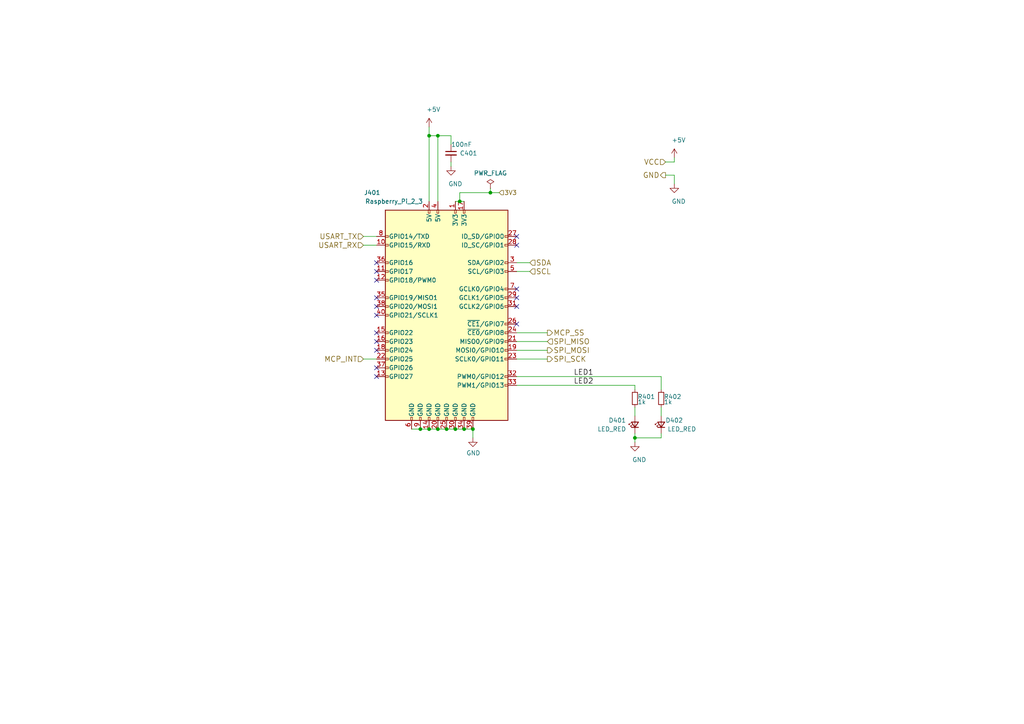
<source format=kicad_sch>
(kicad_sch (version 20211123) (generator eeschema)
  (paper "A4")
  (lib_symbols
    (symbol "Connector:Raspberry_Pi_2_3" (pin_names (offset 1.016))
      (property "Reference" "J" (at -17.78 31.75 0))
      (property "Value" "Raspberry_Pi_2_3" (at 10.16 -31.75 0))
      (symbol "Raspberry_Pi_2_3_0_1"
        (rectangle (start -17.78 30.48) (end 17.78 -30.48) (stroke (width 0.254)) (fill (type background)))
      )
      (symbol "Raspberry_Pi_2_3_1_1"
        (rectangle (start -16.891 -17.526) (end -17.78 -18.034))
        (rectangle (start -16.891 -14.986) (end -17.78 -15.494))
        (rectangle (start -16.891 -12.446) (end -17.78 -12.954))
        (rectangle (start -16.891 -9.906) (end -17.78 -10.414))
        (rectangle (start -16.891 -7.366) (end -17.78 -7.874))
        (rectangle (start -16.891 -4.826) (end -17.78 -5.334))
        (rectangle (start -16.891 0.254) (end -17.78 -0.254))
        (rectangle (start -16.891 2.794) (end -17.78 2.286))
        (rectangle (start -16.891 5.334) (end -17.78 4.826))
        (rectangle (start -16.891 10.414) (end -17.78 9.906))
        (rectangle (start -16.891 12.954) (end -17.78 12.446))
        (rectangle (start -16.891 15.494) (end -17.78 14.986))
        (rectangle (start -16.891 20.574) (end -17.78 20.066))
        (rectangle (start -16.891 23.114) (end -17.78 22.606))
        (rectangle (start -10.414 -29.591) (end -9.906 -30.48))
        (rectangle (start -7.874 -29.591) (end -7.366 -30.48))
        (rectangle (start -5.334 -29.591) (end -4.826 -30.48))
        (rectangle (start -5.334 30.48) (end -4.826 29.591))
        (rectangle (start -2.794 -29.591) (end -2.286 -30.48))
        (rectangle (start -2.794 30.48) (end -2.286 29.591))
        (rectangle (start -0.254 -29.591) (end 0.254 -30.48))
        (rectangle (start 2.286 -29.591) (end 2.794 -30.48))
        (rectangle (start 2.286 30.48) (end 2.794 29.591))
        (rectangle (start 4.826 -29.591) (end 5.334 -30.48))
        (rectangle (start 4.826 30.48) (end 5.334 29.591))
        (rectangle (start 7.366 -29.591) (end 7.874 -30.48))
        (rectangle (start 17.78 -20.066) (end 16.891 -20.574))
        (rectangle (start 17.78 -17.526) (end 16.891 -18.034))
        (rectangle (start 17.78 -12.446) (end 16.891 -12.954))
        (rectangle (start 17.78 -9.906) (end 16.891 -10.414))
        (rectangle (start 17.78 -7.366) (end 16.891 -7.874))
        (rectangle (start 17.78 -4.826) (end 16.891 -5.334))
        (rectangle (start 17.78 -2.286) (end 16.891 -2.794))
        (rectangle (start 17.78 2.794) (end 16.891 2.286))
        (rectangle (start 17.78 5.334) (end 16.891 4.826))
        (rectangle (start 17.78 7.874) (end 16.891 7.366))
        (rectangle (start 17.78 12.954) (end 16.891 12.446))
        (rectangle (start 17.78 15.494) (end 16.891 14.986))
        (rectangle (start 17.78 20.574) (end 16.891 20.066))
        (rectangle (start 17.78 23.114) (end 16.891 22.606))
        (pin power_in line (at 2.54 33.02 270) (length 2.54) (name "3V3") (number "1"))
        (pin bidirectional line (at -20.32 20.32 0) (length 2.54) (name "GPIO15/RXD") (number "10"))
        (pin bidirectional line (at -20.32 12.7 0) (length 2.54) (name "GPIO17") (number "11"))
        (pin bidirectional line (at -20.32 10.16 0) (length 2.54) (name "GPIO18/PWM0") (number "12"))
        (pin bidirectional line (at -20.32 -17.78 0) (length 2.54) (name "GPIO27") (number "13"))
        (pin power_in line (at -5.08 -33.02 90) (length 2.54) (name "GND") (number "14"))
        (pin bidirectional line (at -20.32 -5.08 0) (length 2.54) (name "GPIO22") (number "15"))
        (pin bidirectional line (at -20.32 -7.62 0) (length 2.54) (name "GPIO23") (number "16"))
        (pin power_in line (at 5.08 33.02 270) (length 2.54) (name "3V3") (number "17"))
        (pin bidirectional line (at -20.32 -10.16 0) (length 2.54) (name "GPIO24") (number "18"))
        (pin bidirectional line (at 20.32 -10.16 180) (length 2.54) (name "MOSI0/GPIO10") (number "19"))
        (pin power_in line (at -5.08 33.02 270) (length 2.54) (name "5V") (number "2"))
        (pin power_in line (at -2.54 -33.02 90) (length 2.54) (name "GND") (number "20"))
        (pin bidirectional line (at 20.32 -7.62 180) (length 2.54) (name "MISO0/GPIO9") (number "21"))
        (pin bidirectional line (at -20.32 -12.7 0) (length 2.54) (name "GPIO25") (number "22"))
        (pin bidirectional line (at 20.32 -12.7 180) (length 2.54) (name "SCLK0/GPIO11") (number "23"))
        (pin bidirectional line (at 20.32 -5.08 180) (length 2.54) (name "~{CE0}/GPIO8") (number "24"))
        (pin power_in line (at 0 -33.02 90) (length 2.54) (name "GND") (number "25"))
        (pin bidirectional line (at 20.32 -2.54 180) (length 2.54) (name "~{CE1}/GPIO7") (number "26"))
        (pin bidirectional line (at 20.32 22.86 180) (length 2.54) (name "ID_SD/GPIO0") (number "27"))
        (pin bidirectional line (at 20.32 20.32 180) (length 2.54) (name "ID_SC/GPIO1") (number "28"))
        (pin bidirectional line (at 20.32 5.08 180) (length 2.54) (name "GCLK1/GPIO5") (number "29"))
        (pin bidirectional line (at 20.32 15.24 180) (length 2.54) (name "SDA/GPIO2") (number "3"))
        (pin power_in line (at 2.54 -33.02 90) (length 2.54) (name "GND") (number "30"))
        (pin bidirectional line (at 20.32 2.54 180) (length 2.54) (name "GCLK2/GPIO6") (number "31"))
        (pin bidirectional line (at 20.32 -17.78 180) (length 2.54) (name "PWM0/GPIO12") (number "32"))
        (pin bidirectional line (at 20.32 -20.32 180) (length 2.54) (name "PWM1/GPIO13") (number "33"))
        (pin power_in line (at 5.08 -33.02 90) (length 2.54) (name "GND") (number "34"))
        (pin bidirectional line (at -20.32 5.08 0) (length 2.54) (name "GPIO19/MISO1") (number "35"))
        (pin bidirectional line (at -20.32 15.24 0) (length 2.54) (name "GPIO16") (number "36"))
        (pin bidirectional line (at -20.32 -15.24 0) (length 2.54) (name "GPIO26") (number "37"))
        (pin bidirectional line (at -20.32 2.54 0) (length 2.54) (name "GPIO20/MOSI1") (number "38"))
        (pin power_in line (at 7.62 -33.02 90) (length 2.54) (name "GND") (number "39"))
        (pin power_in line (at -2.54 33.02 270) (length 2.54) (name "5V") (number "4"))
        (pin bidirectional line (at -20.32 0 0) (length 2.54) (name "GPIO21/SCLK1") (number "40"))
        (pin bidirectional line (at 20.32 12.7 180) (length 2.54) (name "SCL/GPIO3") (number "5"))
        (pin power_in line (at -10.16 -33.02 90) (length 2.54) (name "GND") (number "6"))
        (pin bidirectional line (at 20.32 7.62 180) (length 2.54) (name "GCLK0/GPIO4") (number "7"))
        (pin bidirectional line (at -20.32 22.86 0) (length 2.54) (name "GPIO14/TXD") (number "8"))
        (pin power_in line (at -7.62 -33.02 90) (length 2.54) (name "GND") (number "9"))
      )
    )
    (symbol "Device:C_Small" (pin_numbers hide) (pin_names (offset 0.254) hide)
      (property "Reference" "C" (at 0.254 1.778 0))
      (property "Value" "C_Small" (at 0.254 -2.032 0))
      (symbol "C_Small_0_1"
        (polyline (pts (xy -1.524 -0.508) (xy 1.524 -0.508)) (stroke (width 0.3302)))
        (polyline (pts (xy -1.524 0.508) (xy 1.524 0.508)) (stroke (width 0.3048)))
      )
      (symbol "C_Small_1_1"
        (pin passive line (at 0 2.54 270) (length 2.032) (name "~") (number "1"))
        (pin passive line (at 0 -2.54 90) (length 2.032) (name "~") (number "2"))
      )
    )
    (symbol "Device:LED_Small" (pin_numbers hide) (pin_names (offset 0.254) hide)
      (property "Reference" "D" (at -1.27 3.175 0))
      (property "Value" "LED_Small" (at -4.445 -2.54 0))
      (symbol "LED_Small_0_1"
        (polyline (pts (xy -0.762 -1.016) (xy -0.762 1.016)) (stroke (width 0.254)))
        (polyline (pts (xy 1.016 0) (xy -0.762 0)))
        (polyline (pts (xy 0.762 -1.016) (xy -0.762 0) (xy 0.762 1.016) (xy 0.762 -1.016)) (stroke (width 0.254)))
        (polyline (pts (xy 0 0.762) (xy -0.508 1.27) (xy -0.254 1.27) (xy -0.508 1.27) (xy -0.508 1.016)))
        (polyline (pts (xy 0.508 1.27) (xy 0 1.778) (xy 0.254 1.778) (xy 0 1.778) (xy 0 1.524)))
      )
      (symbol "LED_Small_1_1"
        (pin passive line (at -2.54 0 0) (length 1.778) (name "K") (number "1"))
        (pin passive line (at 2.54 0 180) (length 1.778) (name "A") (number "2"))
      )
    )
    (symbol "Device:R_Small" (pin_numbers hide) (pin_names (offset 0.254) hide)
      (property "Reference" "R" (at 0.762 0.508 0))
      (property "Value" "R_Small" (at 0.762 -1.016 0))
      (symbol "R_Small_0_1"
        (rectangle (start -0.762 1.778) (end 0.762 -1.778) (stroke (width 0.2032)))
      )
      (symbol "R_Small_1_1"
        (pin passive line (at 0 2.54 270) (length 0.762) (name "~") (number "1"))
        (pin passive line (at 0 -2.54 90) (length 0.762) (name "~") (number "2"))
      )
    )
    (symbol "power:+5V" (power) (pin_names (offset 0))
      (property "Value" "+5V" (at 0 3.556 0))
      (symbol "+5V_0_1"
        (polyline (pts (xy -0.762 1.27) (xy 0 2.54)))
        (polyline (pts (xy 0 0) (xy 0 2.54)))
        (polyline (pts (xy 0 2.54) (xy 0.762 1.27)))
      )
      (symbol "+5V_1_1"
        (pin power_in line (at 0 0 90) (length 0) hide (name "+5V") (number "1"))
      )
    )
    (symbol "power:GND" (power) (pin_names (offset 0))
      (property "Value" "GND" (at 0 -3.81 0))
      (symbol "GND_0_1"
        (polyline (pts (xy 0 0) (xy 0 -1.27) (xy 1.27 -1.27) (xy 0 -2.54) (xy -1.27 -1.27) (xy 0 -1.27)))
      )
      (symbol "GND_1_1"
        (pin power_in line (at 0 0 270) (length 0) hide (name "GND") (number "1"))
      )
    )
    (symbol "power:PWR_FLAG" (power) (pin_numbers hide) (pin_names (offset 0) hide)
      (property "Value" "PWR_FLAG" (at 0 3.81 0))
      (symbol "PWR_FLAG_0_0"
        (pin power_out line (at 0 0 90) (length 0) (name "pwr") (number "1"))
      )
      (symbol "PWR_FLAG_0_1"
        (polyline (pts (xy 0 0) (xy 0 1.27) (xy -1.016 1.905) (xy 0 2.54) (xy 1.016 1.905) (xy 0 1.27)))
      )
    )
  )
  (junction (at 124.46 124.46))
  (junction (at 132.08 124.46))
  (junction (at 137.16 124.46))
  (junction (at 133.35 58.42))
  (junction (at 184.15 127))
  (junction (at 121.92 124.46))
  (junction (at 134.62 124.46))
  (junction (at 127 39.37))
  (junction (at 142.24 55.88))
  (junction (at 129.54 124.46))
  (junction (at 124.46 39.37))
  (junction (at 127 124.46))
  (no_connect (at 109.22 101.6))
  (no_connect (at 109.22 86.36))
  (no_connect (at 149.86 71.12))
  (no_connect (at 149.86 68.58))
  (no_connect (at 109.22 81.28))
  (no_connect (at 109.22 109.22))
  (no_connect (at 109.22 106.68))
  (no_connect (at 109.22 91.44))
  (no_connect (at 109.22 99.06))
  (no_connect (at 149.86 86.36))
  (no_connect (at 109.22 78.74))
  (no_connect (at 149.86 88.9))
  (no_connect (at 149.86 93.98))
  (no_connect (at 109.22 88.9))
  (no_connect (at 109.22 96.52))
  (no_connect (at 109.22 76.2))
  (no_connect (at 149.86 83.82))
  (wire (pts (xy 127 58.42) (xy 127 39.37)))
  (wire (pts (xy 184.15 125.73) (xy 184.15 127)))
  (wire (pts (xy 153.67 76.2) (xy 149.86 76.2)))
  (wire (pts (xy 121.92 124.46) (xy 124.46 124.46)))
  (wire (pts (xy 134.62 124.46) (xy 137.16 124.46)))
  (wire (pts (xy 191.77 109.22) (xy 191.77 113.03)))
  (wire (pts (xy 130.81 48.26) (xy 130.81 46.99)))
  (wire (pts (xy 105.41 68.58) (xy 109.22 68.58)))
  (wire (pts (xy 132.08 58.42) (xy 133.35 58.42)))
  (wire (pts (xy 184.15 111.76) (xy 184.15 113.03)))
  (wire (pts (xy 193.04 46.99) (xy 195.58 46.99)))
  (wire (pts (xy 130.81 41.91) (xy 130.81 39.37)))
  (wire (pts (xy 158.75 96.52) (xy 149.86 96.52)))
  (wire (pts (xy 124.46 39.37) (xy 124.46 36.83)))
  (wire (pts (xy 158.75 99.06) (xy 149.86 99.06)))
  (wire (pts (xy 132.08 124.46) (xy 134.62 124.46)))
  (wire (pts (xy 184.15 118.11) (xy 184.15 120.65)))
  (wire (pts (xy 129.54 124.46) (xy 132.08 124.46)))
  (wire (pts (xy 105.41 71.12) (xy 109.22 71.12)))
  (wire (pts (xy 149.86 78.74) (xy 153.67 78.74)))
  (wire (pts (xy 191.77 118.11) (xy 191.77 120.65)))
  (wire (pts (xy 133.35 55.88) (xy 133.35 58.42)))
  (wire (pts (xy 142.24 55.88) (xy 133.35 55.88)))
  (wire (pts (xy 195.58 50.8) (xy 195.58 53.34)))
  (wire (pts (xy 191.77 125.73) (xy 191.77 127)))
  (wire (pts (xy 119.38 124.46) (xy 121.92 124.46)))
  (wire (pts (xy 193.04 50.8) (xy 195.58 50.8)))
  (wire (pts (xy 124.46 124.46) (xy 127 124.46)))
  (wire (pts (xy 195.58 46.99) (xy 195.58 45.72)))
  (wire (pts (xy 124.46 58.42) (xy 124.46 39.37)))
  (wire (pts (xy 137.16 127) (xy 137.16 124.46)))
  (wire (pts (xy 127 39.37) (xy 124.46 39.37)))
  (wire (pts (xy 184.15 127) (xy 184.15 128.27)))
  (wire (pts (xy 127 124.46) (xy 129.54 124.46)))
  (wire (pts (xy 149.86 109.22) (xy 191.77 109.22)))
  (wire (pts (xy 158.75 101.6) (xy 149.86 101.6)))
  (wire (pts (xy 184.15 127) (xy 191.77 127)))
  (wire (pts (xy 142.24 54.61) (xy 142.24 55.88)))
  (wire (pts (xy 149.86 111.76) (xy 184.15 111.76)))
  (wire (pts (xy 127 39.37) (xy 130.81 39.37)))
  (wire (pts (xy 109.22 104.14) (xy 105.41 104.14)))
  (wire (pts (xy 133.35 58.42) (xy 134.62 58.42)))
  (wire (pts (xy 149.86 104.14) (xy 158.75 104.14)))
  (wire (pts (xy 144.78 55.88) (xy 142.24 55.88)))
  (label "LED2" (at 166.37 111.76 0) (effects (font (size 1.524 1.524))))
  (label "LED1" (at 166.37 109.22 0) (effects (font (size 1.524 1.524))))
  (hierarchical_label "3V3" (shape input) (at 144.78 55.88 0))
  (hierarchical_label "SPI_MISO" (shape input) (at 158.75 99.06 0) (effects (font (size 1.524 1.524))))
  (hierarchical_label "SDA" (shape input) (at 153.67 76.2 0) (effects (font (size 1.524 1.524))))
  (hierarchical_label "MCP_SS" (shape output) (at 158.75 96.52 0) (effects (font (size 1.524 1.524))))
  (hierarchical_label "USART_RX" (shape input) (at 105.41 71.12 180) (effects (font (size 1.524 1.524))))
  (hierarchical_label "MCP_INT" (shape input) (at 105.41 104.14 180) (effects (font (size 1.524 1.524))))
  (hierarchical_label "SPI_MOSI" (shape output) (at 158.75 101.6 0) (effects (font (size 1.524 1.524))))
  (hierarchical_label "GND" (shape output) (at 193.04 50.8 180) (effects (font (size 1.524 1.524))))
  (hierarchical_label "SCL" (shape input) (at 153.67 78.74 0) (effects (font (size 1.524 1.524))))
  (hierarchical_label "USART_TX" (shape input) (at 105.41 68.58 180) (effects (font (size 1.524 1.524))))
  (hierarchical_label "SPI_SCK" (shape output) (at 158.75 104.14 0) (effects (font (size 1.524 1.524))))
  (hierarchical_label "VCC" (shape input) (at 193.04 46.99 180) (effects (font (size 1.524 1.524))))
  (symbol (lib_id "power:+5V") (at 124.46 36.83 0) (unit 1)
    (property "Reference" "#PWR0401" (effects hide))
    (property "Value" "+5V" (at 125.73 31.75 0))
  )
  (symbol (lib_id "power:GND") (at 195.58 53.34 0) (unit 1)
    (property "Reference" "#PWR0406" (effects hide))
    (property "Value" "GND" (at 196.85 58.42 0))
  )
  (symbol (lib_id "Device:R_Small") (at 191.77 115.57 0) (unit 1)
    (property "Reference" "R402" (at 192.532 115.062 0) (effects (justify left)))
    (property "Value" "1k" (at 192.532 116.586 0) (effects (justify left)))
    (property "Footprint" "Resistor_SMD:R_0603_1608Metric_Pad0.98x0.95mm_HandSolder" (effects hide))
  )
  (symbol (lib_id "power:GND") (at 184.15 128.27 0) (unit 1)
    (property "Reference" "#PWR0404" (effects hide))
    (property "Value" "GND" (at 185.42 133.35 0))
  )
  (symbol (lib_id "power:+5V") (at 195.58 45.72 0) (unit 1)
    (property "Reference" "#PWR0405" (effects hide))
    (property "Value" "+5V" (at 196.85 40.64 0))
  )
  (symbol (lib_id "power:GND") (at 137.16 127 0) (unit 1)
    (property "Reference" "#PWR0403" (effects hide))
    (property "Value" "GND" (at 137.287 131.3942 0))
  )
  (symbol (lib_id "power:PWR_FLAG") (at 142.24 54.61 0) (unit 1)
    (property "Reference" "#FLG0401" (effects hide))
    (property "Value" "PWR_FLAG" (at 142.24 50.2158 0))
  )
  (symbol (lib_id "power:GND") (at 130.81 48.26 0) (unit 1)
    (property "Reference" "#PWR0402" (effects hide))
    (property "Value" "GND" (at 132.08 53.34 0))
  )
  (symbol (lib_id "Device:LED_Small") (at 191.77 123.19 90) (unit 1)
    (property "Reference" "D402" (at 198.12 121.92 90) (effects (justify left)))
    (property "Value" "LED_RED" (at 201.93 124.46 90) (effects (justify left)))
    (property "Footprint" "LED_SMD:LED_0603_1608Metric_Pad1.05x0.95mm_HandSolder" (effects hide))
  )
  (symbol (lib_id "Connector:Raspberry_Pi_2_3") (at 129.54 91.44 0) (unit 1)
    (property "Reference" "J401" (at 107.95 55.88 0))
    (property "Value" "Raspberry_Pi_2_3" (at 114.3 58.42 0))
    (property "Footprint" "Connector_PinHeader_2.54mm:PinHeader_2x20_P2.54mm_Vertical" (effects hide))
    (property "Datasheet" "https://www.raspberrypi.org/documentation/hardware/raspberrypi/schematics/rpi_SCH_3bplus_1p0_reduced.pdf" (effects hide))
  )
  (symbol (lib_id "Device:R_Small") (at 184.15 115.57 0) (unit 1)
    (property "Reference" "R401" (at 184.912 115.062 0) (effects (justify left)))
    (property "Value" "1k" (at 184.912 116.586 0) (effects (justify left)))
    (property "Footprint" "Resistor_SMD:R_0603_1608Metric_Pad0.98x0.95mm_HandSolder" (effects hide))
  )
  (symbol (lib_id "Device:C_Small") (at 130.81 44.45 0) (unit 1)
    (property "Reference" "C401" (at 133.35 44.45 0) (effects (justify left)))
    (property "Value" "100nF" (at 130.81 41.91 0) (effects (justify left)))
    (property "Footprint" "Capacitor_SMD:C_0603_1608Metric_Pad1.08x0.95mm_HandSolder" (effects hide))
  )
  (symbol (lib_id "Device:LED_Small") (at 184.15 123.19 90) (unit 1)
    (property "Reference" "D401" (at 181.61 121.92 90) (effects (justify left)))
    (property "Value" "LED_RED" (at 181.61 124.46 90) (effects (justify left)))
    (property "Footprint" "LED_SMD:LED_0603_1608Metric_Pad1.05x0.95mm_HandSolder" (effects hide))
  )
)
</source>
